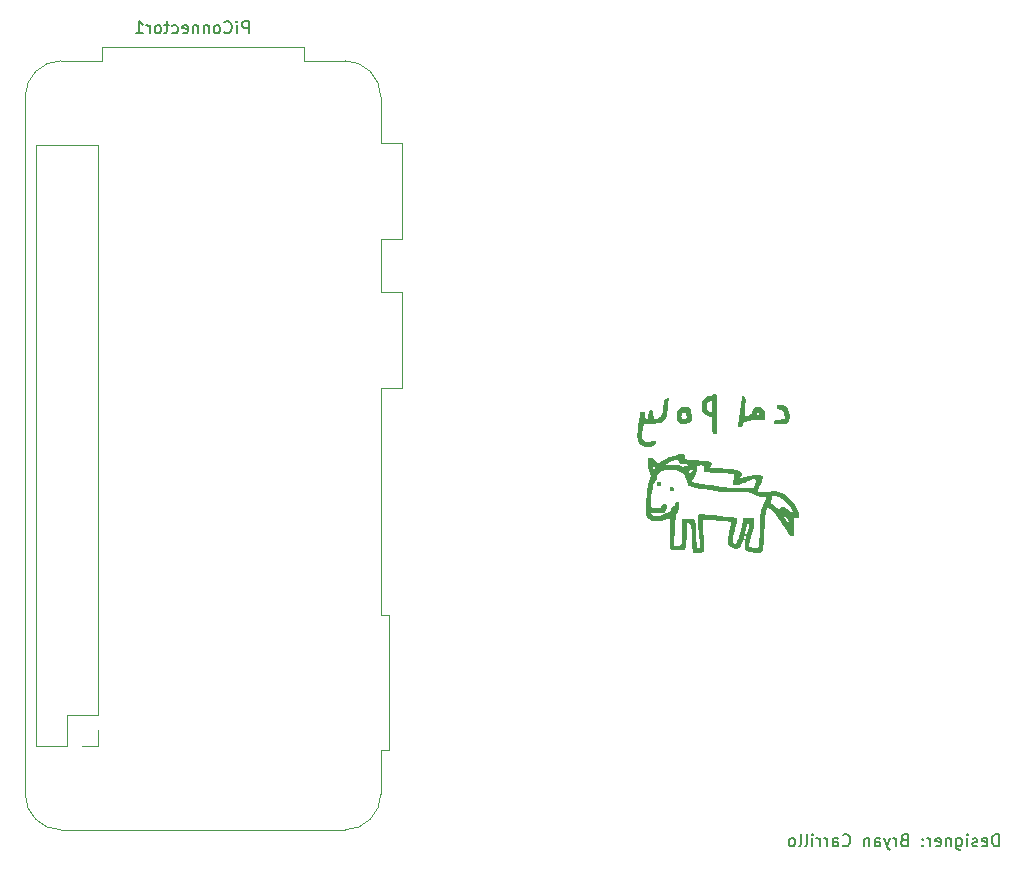
<source format=gbo>
G04 #@! TF.GenerationSoftware,KiCad,Pcbnew,8.0.8*
G04 #@! TF.CreationDate,2025-02-26T00:31:11-08:00*
G04 #@! TF.ProjectId,AtInverter_v1,4174496e-7665-4727-9465-725f76312e6b,v1*
G04 #@! TF.SameCoordinates,Original*
G04 #@! TF.FileFunction,Legend,Bot*
G04 #@! TF.FilePolarity,Positive*
%FSLAX46Y46*%
G04 Gerber Fmt 4.6, Leading zero omitted, Abs format (unit mm)*
G04 Created by KiCad (PCBNEW 8.0.8) date 2025-02-26 00:31:11*
%MOMM*%
%LPD*%
G01*
G04 APERTURE LIST*
G04 Aperture macros list*
%AMRoundRect*
0 Rectangle with rounded corners*
0 $1 Rounding radius*
0 $2 $3 $4 $5 $6 $7 $8 $9 X,Y pos of 4 corners*
0 Add a 4 corners polygon primitive as box body*
4,1,4,$2,$3,$4,$5,$6,$7,$8,$9,$2,$3,0*
0 Add four circle primitives for the rounded corners*
1,1,$1+$1,$2,$3*
1,1,$1+$1,$4,$5*
1,1,$1+$1,$6,$7*
1,1,$1+$1,$8,$9*
0 Add four rect primitives between the rounded corners*
20,1,$1+$1,$2,$3,$4,$5,0*
20,1,$1+$1,$4,$5,$6,$7,0*
20,1,$1+$1,$6,$7,$8,$9,0*
20,1,$1+$1,$8,$9,$2,$3,0*%
G04 Aperture macros list end*
%ADD10C,0.200000*%
%ADD11C,0.150000*%
%ADD12C,0.000000*%
%ADD13C,0.120000*%
%ADD14R,1.600200X1.600200*%
%ADD15C,1.600200*%
%ADD16R,1.700000X1.700000*%
%ADD17R,1.905000X2.000000*%
%ADD18O,1.905000X2.000000*%
%ADD19R,1.600000X1.600000*%
%ADD20O,1.600000X1.600000*%
%ADD21C,2.100000*%
%ADD22O,1.700000X1.700000*%
%ADD23C,1.500000*%
%ADD24C,1.371600*%
%ADD25RoundRect,0.102000X-0.754000X-0.754000X0.754000X-0.754000X0.754000X0.754000X-0.754000X0.754000X0*%
%ADD26C,1.712000*%
%ADD27R,2.500000X2.500000*%
%ADD28C,2.500000*%
%ADD29C,2.565400*%
G04 APERTURE END LIST*
D10*
X146169543Y-135224619D02*
X146169543Y-134224619D01*
X146169543Y-134224619D02*
X145931448Y-134224619D01*
X145931448Y-134224619D02*
X145788591Y-134272238D01*
X145788591Y-134272238D02*
X145693353Y-134367476D01*
X145693353Y-134367476D02*
X145645734Y-134462714D01*
X145645734Y-134462714D02*
X145598115Y-134653190D01*
X145598115Y-134653190D02*
X145598115Y-134796047D01*
X145598115Y-134796047D02*
X145645734Y-134986523D01*
X145645734Y-134986523D02*
X145693353Y-135081761D01*
X145693353Y-135081761D02*
X145788591Y-135177000D01*
X145788591Y-135177000D02*
X145931448Y-135224619D01*
X145931448Y-135224619D02*
X146169543Y-135224619D01*
X144788591Y-135177000D02*
X144883829Y-135224619D01*
X144883829Y-135224619D02*
X145074305Y-135224619D01*
X145074305Y-135224619D02*
X145169543Y-135177000D01*
X145169543Y-135177000D02*
X145217162Y-135081761D01*
X145217162Y-135081761D02*
X145217162Y-134700809D01*
X145217162Y-134700809D02*
X145169543Y-134605571D01*
X145169543Y-134605571D02*
X145074305Y-134557952D01*
X145074305Y-134557952D02*
X144883829Y-134557952D01*
X144883829Y-134557952D02*
X144788591Y-134605571D01*
X144788591Y-134605571D02*
X144740972Y-134700809D01*
X144740972Y-134700809D02*
X144740972Y-134796047D01*
X144740972Y-134796047D02*
X145217162Y-134891285D01*
X144360019Y-135177000D02*
X144264781Y-135224619D01*
X144264781Y-135224619D02*
X144074305Y-135224619D01*
X144074305Y-135224619D02*
X143979067Y-135177000D01*
X143979067Y-135177000D02*
X143931448Y-135081761D01*
X143931448Y-135081761D02*
X143931448Y-135034142D01*
X143931448Y-135034142D02*
X143979067Y-134938904D01*
X143979067Y-134938904D02*
X144074305Y-134891285D01*
X144074305Y-134891285D02*
X144217162Y-134891285D01*
X144217162Y-134891285D02*
X144312400Y-134843666D01*
X144312400Y-134843666D02*
X144360019Y-134748428D01*
X144360019Y-134748428D02*
X144360019Y-134700809D01*
X144360019Y-134700809D02*
X144312400Y-134605571D01*
X144312400Y-134605571D02*
X144217162Y-134557952D01*
X144217162Y-134557952D02*
X144074305Y-134557952D01*
X144074305Y-134557952D02*
X143979067Y-134605571D01*
X143502876Y-135224619D02*
X143502876Y-134557952D01*
X143502876Y-134224619D02*
X143550495Y-134272238D01*
X143550495Y-134272238D02*
X143502876Y-134319857D01*
X143502876Y-134319857D02*
X143455257Y-134272238D01*
X143455257Y-134272238D02*
X143502876Y-134224619D01*
X143502876Y-134224619D02*
X143502876Y-134319857D01*
X142598115Y-134557952D02*
X142598115Y-135367476D01*
X142598115Y-135367476D02*
X142645734Y-135462714D01*
X142645734Y-135462714D02*
X142693353Y-135510333D01*
X142693353Y-135510333D02*
X142788591Y-135557952D01*
X142788591Y-135557952D02*
X142931448Y-135557952D01*
X142931448Y-135557952D02*
X143026686Y-135510333D01*
X142598115Y-135177000D02*
X142693353Y-135224619D01*
X142693353Y-135224619D02*
X142883829Y-135224619D01*
X142883829Y-135224619D02*
X142979067Y-135177000D01*
X142979067Y-135177000D02*
X143026686Y-135129380D01*
X143026686Y-135129380D02*
X143074305Y-135034142D01*
X143074305Y-135034142D02*
X143074305Y-134748428D01*
X143074305Y-134748428D02*
X143026686Y-134653190D01*
X143026686Y-134653190D02*
X142979067Y-134605571D01*
X142979067Y-134605571D02*
X142883829Y-134557952D01*
X142883829Y-134557952D02*
X142693353Y-134557952D01*
X142693353Y-134557952D02*
X142598115Y-134605571D01*
X142121924Y-134557952D02*
X142121924Y-135224619D01*
X142121924Y-134653190D02*
X142074305Y-134605571D01*
X142074305Y-134605571D02*
X141979067Y-134557952D01*
X141979067Y-134557952D02*
X141836210Y-134557952D01*
X141836210Y-134557952D02*
X141740972Y-134605571D01*
X141740972Y-134605571D02*
X141693353Y-134700809D01*
X141693353Y-134700809D02*
X141693353Y-135224619D01*
X140836210Y-135177000D02*
X140931448Y-135224619D01*
X140931448Y-135224619D02*
X141121924Y-135224619D01*
X141121924Y-135224619D02*
X141217162Y-135177000D01*
X141217162Y-135177000D02*
X141264781Y-135081761D01*
X141264781Y-135081761D02*
X141264781Y-134700809D01*
X141264781Y-134700809D02*
X141217162Y-134605571D01*
X141217162Y-134605571D02*
X141121924Y-134557952D01*
X141121924Y-134557952D02*
X140931448Y-134557952D01*
X140931448Y-134557952D02*
X140836210Y-134605571D01*
X140836210Y-134605571D02*
X140788591Y-134700809D01*
X140788591Y-134700809D02*
X140788591Y-134796047D01*
X140788591Y-134796047D02*
X141264781Y-134891285D01*
X140360019Y-135224619D02*
X140360019Y-134557952D01*
X140360019Y-134748428D02*
X140312400Y-134653190D01*
X140312400Y-134653190D02*
X140264781Y-134605571D01*
X140264781Y-134605571D02*
X140169543Y-134557952D01*
X140169543Y-134557952D02*
X140074305Y-134557952D01*
X139740971Y-135129380D02*
X139693352Y-135177000D01*
X139693352Y-135177000D02*
X139740971Y-135224619D01*
X139740971Y-135224619D02*
X139788590Y-135177000D01*
X139788590Y-135177000D02*
X139740971Y-135129380D01*
X139740971Y-135129380D02*
X139740971Y-135224619D01*
X139740971Y-134605571D02*
X139693352Y-134653190D01*
X139693352Y-134653190D02*
X139740971Y-134700809D01*
X139740971Y-134700809D02*
X139788590Y-134653190D01*
X139788590Y-134653190D02*
X139740971Y-134605571D01*
X139740971Y-134605571D02*
X139740971Y-134700809D01*
X138169543Y-134700809D02*
X138026686Y-134748428D01*
X138026686Y-134748428D02*
X137979067Y-134796047D01*
X137979067Y-134796047D02*
X137931448Y-134891285D01*
X137931448Y-134891285D02*
X137931448Y-135034142D01*
X137931448Y-135034142D02*
X137979067Y-135129380D01*
X137979067Y-135129380D02*
X138026686Y-135177000D01*
X138026686Y-135177000D02*
X138121924Y-135224619D01*
X138121924Y-135224619D02*
X138502876Y-135224619D01*
X138502876Y-135224619D02*
X138502876Y-134224619D01*
X138502876Y-134224619D02*
X138169543Y-134224619D01*
X138169543Y-134224619D02*
X138074305Y-134272238D01*
X138074305Y-134272238D02*
X138026686Y-134319857D01*
X138026686Y-134319857D02*
X137979067Y-134415095D01*
X137979067Y-134415095D02*
X137979067Y-134510333D01*
X137979067Y-134510333D02*
X138026686Y-134605571D01*
X138026686Y-134605571D02*
X138074305Y-134653190D01*
X138074305Y-134653190D02*
X138169543Y-134700809D01*
X138169543Y-134700809D02*
X138502876Y-134700809D01*
X137502876Y-135224619D02*
X137502876Y-134557952D01*
X137502876Y-134748428D02*
X137455257Y-134653190D01*
X137455257Y-134653190D02*
X137407638Y-134605571D01*
X137407638Y-134605571D02*
X137312400Y-134557952D01*
X137312400Y-134557952D02*
X137217162Y-134557952D01*
X136979066Y-134557952D02*
X136740971Y-135224619D01*
X136502876Y-134557952D02*
X136740971Y-135224619D01*
X136740971Y-135224619D02*
X136836209Y-135462714D01*
X136836209Y-135462714D02*
X136883828Y-135510333D01*
X136883828Y-135510333D02*
X136979066Y-135557952D01*
X135693352Y-135224619D02*
X135693352Y-134700809D01*
X135693352Y-134700809D02*
X135740971Y-134605571D01*
X135740971Y-134605571D02*
X135836209Y-134557952D01*
X135836209Y-134557952D02*
X136026685Y-134557952D01*
X136026685Y-134557952D02*
X136121923Y-134605571D01*
X135693352Y-135177000D02*
X135788590Y-135224619D01*
X135788590Y-135224619D02*
X136026685Y-135224619D01*
X136026685Y-135224619D02*
X136121923Y-135177000D01*
X136121923Y-135177000D02*
X136169542Y-135081761D01*
X136169542Y-135081761D02*
X136169542Y-134986523D01*
X136169542Y-134986523D02*
X136121923Y-134891285D01*
X136121923Y-134891285D02*
X136026685Y-134843666D01*
X136026685Y-134843666D02*
X135788590Y-134843666D01*
X135788590Y-134843666D02*
X135693352Y-134796047D01*
X135217161Y-134557952D02*
X135217161Y-135224619D01*
X135217161Y-134653190D02*
X135169542Y-134605571D01*
X135169542Y-134605571D02*
X135074304Y-134557952D01*
X135074304Y-134557952D02*
X134931447Y-134557952D01*
X134931447Y-134557952D02*
X134836209Y-134605571D01*
X134836209Y-134605571D02*
X134788590Y-134700809D01*
X134788590Y-134700809D02*
X134788590Y-135224619D01*
X132979066Y-135129380D02*
X133026685Y-135177000D01*
X133026685Y-135177000D02*
X133169542Y-135224619D01*
X133169542Y-135224619D02*
X133264780Y-135224619D01*
X133264780Y-135224619D02*
X133407637Y-135177000D01*
X133407637Y-135177000D02*
X133502875Y-135081761D01*
X133502875Y-135081761D02*
X133550494Y-134986523D01*
X133550494Y-134986523D02*
X133598113Y-134796047D01*
X133598113Y-134796047D02*
X133598113Y-134653190D01*
X133598113Y-134653190D02*
X133550494Y-134462714D01*
X133550494Y-134462714D02*
X133502875Y-134367476D01*
X133502875Y-134367476D02*
X133407637Y-134272238D01*
X133407637Y-134272238D02*
X133264780Y-134224619D01*
X133264780Y-134224619D02*
X133169542Y-134224619D01*
X133169542Y-134224619D02*
X133026685Y-134272238D01*
X133026685Y-134272238D02*
X132979066Y-134319857D01*
X132121923Y-135224619D02*
X132121923Y-134700809D01*
X132121923Y-134700809D02*
X132169542Y-134605571D01*
X132169542Y-134605571D02*
X132264780Y-134557952D01*
X132264780Y-134557952D02*
X132455256Y-134557952D01*
X132455256Y-134557952D02*
X132550494Y-134605571D01*
X132121923Y-135177000D02*
X132217161Y-135224619D01*
X132217161Y-135224619D02*
X132455256Y-135224619D01*
X132455256Y-135224619D02*
X132550494Y-135177000D01*
X132550494Y-135177000D02*
X132598113Y-135081761D01*
X132598113Y-135081761D02*
X132598113Y-134986523D01*
X132598113Y-134986523D02*
X132550494Y-134891285D01*
X132550494Y-134891285D02*
X132455256Y-134843666D01*
X132455256Y-134843666D02*
X132217161Y-134843666D01*
X132217161Y-134843666D02*
X132121923Y-134796047D01*
X131645732Y-135224619D02*
X131645732Y-134557952D01*
X131645732Y-134748428D02*
X131598113Y-134653190D01*
X131598113Y-134653190D02*
X131550494Y-134605571D01*
X131550494Y-134605571D02*
X131455256Y-134557952D01*
X131455256Y-134557952D02*
X131360018Y-134557952D01*
X131026684Y-135224619D02*
X131026684Y-134557952D01*
X131026684Y-134748428D02*
X130979065Y-134653190D01*
X130979065Y-134653190D02*
X130931446Y-134605571D01*
X130931446Y-134605571D02*
X130836208Y-134557952D01*
X130836208Y-134557952D02*
X130740970Y-134557952D01*
X130407636Y-135224619D02*
X130407636Y-134557952D01*
X130407636Y-134224619D02*
X130455255Y-134272238D01*
X130455255Y-134272238D02*
X130407636Y-134319857D01*
X130407636Y-134319857D02*
X130360017Y-134272238D01*
X130360017Y-134272238D02*
X130407636Y-134224619D01*
X130407636Y-134224619D02*
X130407636Y-134319857D01*
X129788589Y-135224619D02*
X129883827Y-135177000D01*
X129883827Y-135177000D02*
X129931446Y-135081761D01*
X129931446Y-135081761D02*
X129931446Y-134224619D01*
X129264779Y-135224619D02*
X129360017Y-135177000D01*
X129360017Y-135177000D02*
X129407636Y-135081761D01*
X129407636Y-135081761D02*
X129407636Y-134224619D01*
X128740969Y-135224619D02*
X128836207Y-135177000D01*
X128836207Y-135177000D02*
X128883826Y-135129380D01*
X128883826Y-135129380D02*
X128931445Y-135034142D01*
X128931445Y-135034142D02*
X128931445Y-134748428D01*
X128931445Y-134748428D02*
X128883826Y-134653190D01*
X128883826Y-134653190D02*
X128836207Y-134605571D01*
X128836207Y-134605571D02*
X128740969Y-134557952D01*
X128740969Y-134557952D02*
X128598112Y-134557952D01*
X128598112Y-134557952D02*
X128502874Y-134605571D01*
X128502874Y-134605571D02*
X128455255Y-134653190D01*
X128455255Y-134653190D02*
X128407636Y-134748428D01*
X128407636Y-134748428D02*
X128407636Y-135034142D01*
X128407636Y-135034142D02*
X128455255Y-135129380D01*
X128455255Y-135129380D02*
X128502874Y-135177000D01*
X128502874Y-135177000D02*
X128598112Y-135224619D01*
X128598112Y-135224619D02*
X128740969Y-135224619D01*
D11*
X82665295Y-66393219D02*
X82665295Y-65393219D01*
X82665295Y-65393219D02*
X82284343Y-65393219D01*
X82284343Y-65393219D02*
X82189105Y-65440838D01*
X82189105Y-65440838D02*
X82141486Y-65488457D01*
X82141486Y-65488457D02*
X82093867Y-65583695D01*
X82093867Y-65583695D02*
X82093867Y-65726552D01*
X82093867Y-65726552D02*
X82141486Y-65821790D01*
X82141486Y-65821790D02*
X82189105Y-65869409D01*
X82189105Y-65869409D02*
X82284343Y-65917028D01*
X82284343Y-65917028D02*
X82665295Y-65917028D01*
X81665295Y-66393219D02*
X81665295Y-65726552D01*
X81665295Y-65393219D02*
X81712914Y-65440838D01*
X81712914Y-65440838D02*
X81665295Y-65488457D01*
X81665295Y-65488457D02*
X81617676Y-65440838D01*
X81617676Y-65440838D02*
X81665295Y-65393219D01*
X81665295Y-65393219D02*
X81665295Y-65488457D01*
X80617677Y-66297980D02*
X80665296Y-66345600D01*
X80665296Y-66345600D02*
X80808153Y-66393219D01*
X80808153Y-66393219D02*
X80903391Y-66393219D01*
X80903391Y-66393219D02*
X81046248Y-66345600D01*
X81046248Y-66345600D02*
X81141486Y-66250361D01*
X81141486Y-66250361D02*
X81189105Y-66155123D01*
X81189105Y-66155123D02*
X81236724Y-65964647D01*
X81236724Y-65964647D02*
X81236724Y-65821790D01*
X81236724Y-65821790D02*
X81189105Y-65631314D01*
X81189105Y-65631314D02*
X81141486Y-65536076D01*
X81141486Y-65536076D02*
X81046248Y-65440838D01*
X81046248Y-65440838D02*
X80903391Y-65393219D01*
X80903391Y-65393219D02*
X80808153Y-65393219D01*
X80808153Y-65393219D02*
X80665296Y-65440838D01*
X80665296Y-65440838D02*
X80617677Y-65488457D01*
X80046248Y-66393219D02*
X80141486Y-66345600D01*
X80141486Y-66345600D02*
X80189105Y-66297980D01*
X80189105Y-66297980D02*
X80236724Y-66202742D01*
X80236724Y-66202742D02*
X80236724Y-65917028D01*
X80236724Y-65917028D02*
X80189105Y-65821790D01*
X80189105Y-65821790D02*
X80141486Y-65774171D01*
X80141486Y-65774171D02*
X80046248Y-65726552D01*
X80046248Y-65726552D02*
X79903391Y-65726552D01*
X79903391Y-65726552D02*
X79808153Y-65774171D01*
X79808153Y-65774171D02*
X79760534Y-65821790D01*
X79760534Y-65821790D02*
X79712915Y-65917028D01*
X79712915Y-65917028D02*
X79712915Y-66202742D01*
X79712915Y-66202742D02*
X79760534Y-66297980D01*
X79760534Y-66297980D02*
X79808153Y-66345600D01*
X79808153Y-66345600D02*
X79903391Y-66393219D01*
X79903391Y-66393219D02*
X80046248Y-66393219D01*
X79284343Y-65726552D02*
X79284343Y-66393219D01*
X79284343Y-65821790D02*
X79236724Y-65774171D01*
X79236724Y-65774171D02*
X79141486Y-65726552D01*
X79141486Y-65726552D02*
X78998629Y-65726552D01*
X78998629Y-65726552D02*
X78903391Y-65774171D01*
X78903391Y-65774171D02*
X78855772Y-65869409D01*
X78855772Y-65869409D02*
X78855772Y-66393219D01*
X78379581Y-65726552D02*
X78379581Y-66393219D01*
X78379581Y-65821790D02*
X78331962Y-65774171D01*
X78331962Y-65774171D02*
X78236724Y-65726552D01*
X78236724Y-65726552D02*
X78093867Y-65726552D01*
X78093867Y-65726552D02*
X77998629Y-65774171D01*
X77998629Y-65774171D02*
X77951010Y-65869409D01*
X77951010Y-65869409D02*
X77951010Y-66393219D01*
X77093867Y-66345600D02*
X77189105Y-66393219D01*
X77189105Y-66393219D02*
X77379581Y-66393219D01*
X77379581Y-66393219D02*
X77474819Y-66345600D01*
X77474819Y-66345600D02*
X77522438Y-66250361D01*
X77522438Y-66250361D02*
X77522438Y-65869409D01*
X77522438Y-65869409D02*
X77474819Y-65774171D01*
X77474819Y-65774171D02*
X77379581Y-65726552D01*
X77379581Y-65726552D02*
X77189105Y-65726552D01*
X77189105Y-65726552D02*
X77093867Y-65774171D01*
X77093867Y-65774171D02*
X77046248Y-65869409D01*
X77046248Y-65869409D02*
X77046248Y-65964647D01*
X77046248Y-65964647D02*
X77522438Y-66059885D01*
X76189105Y-66345600D02*
X76284343Y-66393219D01*
X76284343Y-66393219D02*
X76474819Y-66393219D01*
X76474819Y-66393219D02*
X76570057Y-66345600D01*
X76570057Y-66345600D02*
X76617676Y-66297980D01*
X76617676Y-66297980D02*
X76665295Y-66202742D01*
X76665295Y-66202742D02*
X76665295Y-65917028D01*
X76665295Y-65917028D02*
X76617676Y-65821790D01*
X76617676Y-65821790D02*
X76570057Y-65774171D01*
X76570057Y-65774171D02*
X76474819Y-65726552D01*
X76474819Y-65726552D02*
X76284343Y-65726552D01*
X76284343Y-65726552D02*
X76189105Y-65774171D01*
X75903390Y-65726552D02*
X75522438Y-65726552D01*
X75760533Y-65393219D02*
X75760533Y-66250361D01*
X75760533Y-66250361D02*
X75712914Y-66345600D01*
X75712914Y-66345600D02*
X75617676Y-66393219D01*
X75617676Y-66393219D02*
X75522438Y-66393219D01*
X75046247Y-66393219D02*
X75141485Y-66345600D01*
X75141485Y-66345600D02*
X75189104Y-66297980D01*
X75189104Y-66297980D02*
X75236723Y-66202742D01*
X75236723Y-66202742D02*
X75236723Y-65917028D01*
X75236723Y-65917028D02*
X75189104Y-65821790D01*
X75189104Y-65821790D02*
X75141485Y-65774171D01*
X75141485Y-65774171D02*
X75046247Y-65726552D01*
X75046247Y-65726552D02*
X74903390Y-65726552D01*
X74903390Y-65726552D02*
X74808152Y-65774171D01*
X74808152Y-65774171D02*
X74760533Y-65821790D01*
X74760533Y-65821790D02*
X74712914Y-65917028D01*
X74712914Y-65917028D02*
X74712914Y-66202742D01*
X74712914Y-66202742D02*
X74760533Y-66297980D01*
X74760533Y-66297980D02*
X74808152Y-66345600D01*
X74808152Y-66345600D02*
X74903390Y-66393219D01*
X74903390Y-66393219D02*
X75046247Y-66393219D01*
X74284342Y-66393219D02*
X74284342Y-65726552D01*
X74284342Y-65917028D02*
X74236723Y-65821790D01*
X74236723Y-65821790D02*
X74189104Y-65774171D01*
X74189104Y-65774171D02*
X74093866Y-65726552D01*
X74093866Y-65726552D02*
X73998628Y-65726552D01*
X73141485Y-66393219D02*
X73712913Y-66393219D01*
X73427199Y-66393219D02*
X73427199Y-65393219D01*
X73427199Y-65393219D02*
X73522437Y-65536076D01*
X73522437Y-65536076D02*
X73617675Y-65631314D01*
X73617675Y-65631314D02*
X73712913Y-65678933D01*
D12*
G36*
X117470970Y-104374680D02*
G01*
X117589093Y-104409234D01*
X117625419Y-104496460D01*
X117587584Y-104648552D01*
X117528001Y-104704681D01*
X117383977Y-104729067D01*
X117373894Y-104729053D01*
X117263398Y-104719347D01*
X117219262Y-104670357D01*
X117211266Y-104550911D01*
X117211722Y-104498341D01*
X117226577Y-104411450D01*
X117284511Y-104378148D01*
X117414874Y-104372755D01*
X117470970Y-104374680D01*
G37*
G36*
X118522823Y-104830893D02*
G01*
X118635082Y-104840652D01*
X118679539Y-104889621D01*
X118687419Y-105009027D01*
X118687397Y-105022588D01*
X118677638Y-105134847D01*
X118628668Y-105179304D01*
X118509262Y-105187184D01*
X118495702Y-105187162D01*
X118383442Y-105177403D01*
X118338986Y-105128433D01*
X118331106Y-105009027D01*
X118331128Y-104995467D01*
X118340887Y-104883207D01*
X118389856Y-104838751D01*
X118509262Y-104830871D01*
X118522823Y-104830893D01*
G37*
G36*
X120214473Y-98971249D02*
G01*
X120214367Y-99011109D01*
X120205502Y-99180531D01*
X120168678Y-99284252D01*
X120084735Y-99352745D01*
X119934513Y-99416481D01*
X119870746Y-99435346D01*
X119698523Y-99465525D01*
X119509544Y-99480109D01*
X119428529Y-99480923D01*
X119288900Y-99468190D01*
X119190095Y-99422376D01*
X119089605Y-99328093D01*
X119020430Y-99247069D01*
X118969548Y-99151205D01*
X118947015Y-99026378D01*
X118942111Y-98843111D01*
X119319787Y-98843111D01*
X119339905Y-98955878D01*
X119349142Y-99034428D01*
X119356097Y-99046972D01*
X119426797Y-99070161D01*
X119539737Y-99078372D01*
X119652439Y-99070398D01*
X119722422Y-99045033D01*
X119743015Y-98993889D01*
X119751918Y-98869975D01*
X119740350Y-98722709D01*
X119709559Y-98595647D01*
X119672840Y-98535247D01*
X119583432Y-98492999D01*
X119480694Y-98517092D01*
X119387354Y-98593096D01*
X119326142Y-98706579D01*
X119319787Y-98843111D01*
X118942111Y-98843111D01*
X118941928Y-98836273D01*
X118942036Y-98817286D01*
X118974067Y-98526527D01*
X119058172Y-98291141D01*
X119187127Y-98125057D01*
X119353712Y-98042202D01*
X119492196Y-98020081D01*
X119724270Y-98009865D01*
X119908733Y-98036898D01*
X120021254Y-98099108D01*
X120093448Y-98228449D01*
X120156515Y-98438664D01*
X120198941Y-98695673D01*
X120208765Y-98869975D01*
X120214473Y-98971249D01*
G37*
G36*
X127914799Y-97868681D02*
G01*
X128024840Y-97900200D01*
X128119999Y-97969480D01*
X128133484Y-97981987D01*
X128306110Y-98197932D01*
X128429768Y-98458274D01*
X128497464Y-98735248D01*
X128502205Y-99001089D01*
X128436997Y-99228032D01*
X128372711Y-99328198D01*
X128281281Y-99401031D01*
X128141271Y-99450012D01*
X127926096Y-99488703D01*
X127862306Y-99496841D01*
X127525017Y-99504239D01*
X127223237Y-99453647D01*
X127159734Y-99407092D01*
X127146884Y-99290930D01*
X127154855Y-99240523D01*
X127181020Y-99190826D01*
X127243942Y-99159867D01*
X127365202Y-99138787D01*
X127566382Y-99118727D01*
X127625927Y-99113116D01*
X127852349Y-99083085D01*
X127992997Y-99039019D01*
X128061124Y-98969167D01*
X128069981Y-98861776D01*
X128032821Y-98705094D01*
X127978147Y-98543459D01*
X127904027Y-98405815D01*
X127807500Y-98327771D01*
X127668286Y-98286012D01*
X127521729Y-98240299D01*
X127418040Y-98143982D01*
X127400445Y-98000106D01*
X127410722Y-97953830D01*
X127449715Y-97905898D01*
X127538933Y-97880928D01*
X127704166Y-97867676D01*
X127751373Y-97865496D01*
X127914799Y-97868681D01*
G37*
G36*
X126424493Y-98805430D02*
G01*
X126419832Y-98904462D01*
X126386475Y-99026132D01*
X126308855Y-99106736D01*
X126172820Y-99153113D01*
X125964215Y-99172101D01*
X125668887Y-99170541D01*
X125578261Y-99168488D01*
X125329610Y-99170555D01*
X125170706Y-99187290D01*
X125092934Y-99219424D01*
X125075140Y-99232560D01*
X124965958Y-99268249D01*
X124817174Y-99282574D01*
X124707369Y-99286033D01*
X124624390Y-99312607D01*
X124564811Y-99386105D01*
X124497991Y-99530311D01*
X124460092Y-99615398D01*
X124400657Y-99718499D01*
X124340962Y-99757276D01*
X124258483Y-99752636D01*
X124175637Y-99728639D01*
X124118749Y-99677974D01*
X124098894Y-99584744D01*
X124112682Y-99430405D01*
X124156718Y-99196413D01*
X124173198Y-99109524D01*
X124210263Y-98877445D01*
X124250479Y-98587168D01*
X124289998Y-98267288D01*
X124324970Y-97946402D01*
X124410860Y-97093797D01*
X124548916Y-97093797D01*
X124572727Y-97094433D01*
X124647753Y-97111233D01*
X124701576Y-97159553D01*
X124735739Y-97250989D01*
X124751783Y-97397138D01*
X124751252Y-97609597D01*
X124735687Y-97899962D01*
X124706630Y-98279830D01*
X124696556Y-98415763D01*
X124686496Y-98611571D01*
X124684904Y-98754101D01*
X124692414Y-98819323D01*
X124708581Y-98829075D01*
X124797572Y-98824866D01*
X124930175Y-98790285D01*
X125073196Y-98736986D01*
X125193441Y-98676623D01*
X125221201Y-98652535D01*
X125711868Y-98652535D01*
X125721242Y-98685771D01*
X125789818Y-98722655D01*
X125853968Y-98699808D01*
X125904734Y-98617108D01*
X125890003Y-98519013D01*
X125872116Y-98501486D01*
X125806442Y-98506993D01*
X125741350Y-98566095D01*
X125711868Y-98652535D01*
X125221201Y-98652535D01*
X125257716Y-98620851D01*
X125275668Y-98585045D01*
X125334766Y-98465265D01*
X125407974Y-98315440D01*
X125495904Y-98150715D01*
X125577087Y-98059223D01*
X125681445Y-98020255D01*
X125839122Y-98012639D01*
X125937821Y-98021077D01*
X126141996Y-98103321D01*
X126295053Y-98266724D01*
X126391161Y-98503392D01*
X126403710Y-98617108D01*
X126424493Y-98805430D01*
G37*
G36*
X122334466Y-98300448D02*
G01*
X122326407Y-98701689D01*
X122288913Y-100351512D01*
X122169716Y-100351512D01*
X122087580Y-100331824D01*
X121989225Y-100236983D01*
X121950971Y-100158319D01*
X121936533Y-100109729D01*
X121936588Y-100109635D01*
X121939908Y-100055446D01*
X121942626Y-99919993D01*
X121944461Y-99723497D01*
X121945134Y-99486182D01*
X121945134Y-98875360D01*
X121790794Y-98875360D01*
X121596279Y-98849303D01*
X121357738Y-98732119D01*
X121161101Y-98526183D01*
X121153271Y-98514852D01*
X121077920Y-98394850D01*
X121039984Y-98290080D01*
X121031251Y-98161798D01*
X121043515Y-97971261D01*
X121045455Y-97955281D01*
X121451734Y-97955281D01*
X121485324Y-98165947D01*
X121582390Y-98346646D01*
X121727979Y-98464307D01*
X121828944Y-98507345D01*
X121880626Y-98513416D01*
X121906521Y-98480871D01*
X121916835Y-98413808D01*
X121922367Y-98274980D01*
X121922999Y-98094385D01*
X121919295Y-97900731D01*
X121911820Y-97722729D01*
X121901136Y-97589090D01*
X121887809Y-97528523D01*
X121877519Y-97523847D01*
X121796867Y-97535560D01*
X121674610Y-97583116D01*
X121587291Y-97631108D01*
X121501702Y-97722942D01*
X121459381Y-97870263D01*
X121451734Y-97955281D01*
X121045455Y-97955281D01*
X121064744Y-97796422D01*
X121102154Y-97600481D01*
X121144262Y-97459747D01*
X121157832Y-97430604D01*
X121296512Y-97257544D01*
X121494570Y-97138247D01*
X121718904Y-97093797D01*
X121853224Y-97075180D01*
X121926727Y-97017444D01*
X121931288Y-97008419D01*
X122008077Y-96960793D01*
X122130770Y-96941330D01*
X122253318Y-96952427D01*
X122329670Y-96996479D01*
X122334248Y-97022041D01*
X122339773Y-97139001D01*
X122342534Y-97337826D01*
X122342554Y-97606012D01*
X122339857Y-97931054D01*
X122337473Y-98094385D01*
X122334466Y-98300448D01*
G37*
G36*
X118211321Y-97791216D02*
G01*
X118210719Y-97801170D01*
X118178571Y-98222583D01*
X118138886Y-98558379D01*
X118092454Y-98803206D01*
X118040065Y-98951713D01*
X118021006Y-98981525D01*
X117930679Y-99093620D01*
X117813540Y-99216067D01*
X117755072Y-99265223D01*
X117567971Y-99364806D01*
X117313615Y-99433251D01*
X116981472Y-99472825D01*
X116561009Y-99485797D01*
X116392498Y-99486842D01*
X116248298Y-99494089D01*
X116165149Y-99513883D01*
X116120105Y-99552598D01*
X116090220Y-99616610D01*
X116083399Y-99637539D01*
X116055732Y-99769903D01*
X116028788Y-99961118D01*
X116007554Y-100177353D01*
X116006452Y-100191812D01*
X115993813Y-100413162D01*
X115998228Y-100565766D01*
X116022865Y-100680116D01*
X116070893Y-100786699D01*
X116134505Y-100880509D01*
X116297349Y-101005951D01*
X116490676Y-101046127D01*
X116691456Y-100993366D01*
X116784682Y-100954979D01*
X116942705Y-100918583D01*
X117085314Y-100912574D01*
X117173175Y-100941210D01*
X117179503Y-101004024D01*
X117152664Y-101115248D01*
X117074431Y-101233683D01*
X116906834Y-101351622D01*
X116676797Y-101434974D01*
X116624392Y-101445791D01*
X116357669Y-101451497D01*
X116099222Y-101385452D01*
X115877481Y-101258207D01*
X115720881Y-101080310D01*
X115708830Y-101058220D01*
X115627749Y-100811372D01*
X115595371Y-100480066D01*
X115611825Y-100068818D01*
X115677245Y-99582145D01*
X115718897Y-99328681D01*
X115756828Y-99075232D01*
X115784764Y-98863480D01*
X115798580Y-98722655D01*
X115811467Y-98493596D01*
X116025176Y-98478072D01*
X116238885Y-98462548D01*
X116254234Y-98758032D01*
X116261067Y-98864823D01*
X116279062Y-98985180D01*
X116312591Y-99040314D01*
X116370846Y-99053516D01*
X116420296Y-99043453D01*
X116460878Y-98994706D01*
X116492317Y-98886241D01*
X116523551Y-98697204D01*
X116540357Y-98583308D01*
X116567030Y-98443734D01*
X116600376Y-98369408D01*
X116653729Y-98337440D01*
X116740425Y-98324941D01*
X116839109Y-98321077D01*
X116894327Y-98351848D01*
X116905856Y-98442380D01*
X116911316Y-98526324D01*
X116937786Y-98692407D01*
X116978265Y-98868321D01*
X117023810Y-99017123D01*
X117065482Y-99101873D01*
X117088263Y-99119957D01*
X117109463Y-99089148D01*
X117139099Y-99049540D01*
X117232812Y-99028065D01*
X117341961Y-98999696D01*
X117488029Y-98912819D01*
X117617838Y-98796180D01*
X117692425Y-98679343D01*
X117706636Y-98612808D01*
X117731202Y-98461255D01*
X117760752Y-98253824D01*
X117791629Y-98014995D01*
X117819686Y-97807723D01*
X117852511Y-97607556D01*
X117882594Y-97464625D01*
X117905846Y-97400919D01*
X117975100Y-97364624D01*
X118095342Y-97326946D01*
X118241342Y-97292443D01*
X118211321Y-97791216D01*
G37*
G36*
X121816572Y-103051836D02*
G01*
X121738913Y-103202013D01*
X122160472Y-103202013D01*
X122186547Y-103202137D01*
X122427191Y-103210704D01*
X122721412Y-103230796D01*
X123043333Y-103259656D01*
X123367079Y-103294527D01*
X123666774Y-103332652D01*
X123916541Y-103371275D01*
X124090504Y-103407638D01*
X124170295Y-103432769D01*
X124347948Y-103533602D01*
X124431499Y-103667907D01*
X124418760Y-103829584D01*
X124307543Y-104012537D01*
X124277021Y-104049491D01*
X124212161Y-104134991D01*
X124195997Y-104169148D01*
X124209435Y-104165775D01*
X124298245Y-104136362D01*
X124449571Y-104083212D01*
X124640581Y-104014279D01*
X124739098Y-103980502D01*
X125082212Y-103890131D01*
X125435019Y-103832629D01*
X125763999Y-103812336D01*
X126035629Y-103833595D01*
X126145544Y-103861402D01*
X126206957Y-103913060D01*
X126220886Y-104011703D01*
X126216208Y-104052208D01*
X126177323Y-104193020D01*
X126144360Y-104282280D01*
X126107570Y-104381903D01*
X126017278Y-104589542D01*
X125969737Y-104691157D01*
X125872457Y-104909832D01*
X125826101Y-105058068D01*
X125836626Y-105151899D01*
X125909987Y-105207355D01*
X126052139Y-105240469D01*
X126269038Y-105267273D01*
X126425236Y-105279648D01*
X126622952Y-105267575D01*
X126813367Y-105212624D01*
X126831147Y-105205900D01*
X126990477Y-105157665D01*
X127131724Y-105150854D01*
X127311835Y-105181964D01*
X127590760Y-105264546D01*
X127986138Y-105449972D01*
X128353420Y-105699472D01*
X128677911Y-105998835D01*
X128944918Y-106333852D01*
X129139747Y-106690315D01*
X129237365Y-107019178D01*
X129247706Y-107054014D01*
X129260629Y-107169621D01*
X129238791Y-107344104D01*
X129150592Y-107445173D01*
X128993062Y-107477765D01*
X128816516Y-107477765D01*
X128837239Y-107933834D01*
X128850053Y-108215841D01*
X128883590Y-108953917D01*
X128731852Y-108953917D01*
X128674886Y-108951018D01*
X128610568Y-108933943D01*
X128544136Y-108892412D01*
X128466753Y-108816236D01*
X128369585Y-108695229D01*
X128243794Y-108519201D01*
X128080545Y-108277964D01*
X127871003Y-107961332D01*
X127736431Y-107758281D01*
X127531890Y-107457452D01*
X127414748Y-107294873D01*
X128015668Y-107294873D01*
X128019751Y-107319420D01*
X128067333Y-107406987D01*
X128151405Y-107531569D01*
X128208043Y-107614016D01*
X128279802Y-107735705D01*
X128307860Y-107810031D01*
X128323401Y-107858939D01*
X128392197Y-107942374D01*
X128407803Y-107955009D01*
X128450532Y-107976823D01*
X128459566Y-107933834D01*
X128441299Y-107808627D01*
X128372500Y-107616885D01*
X128221225Y-107439587D01*
X128156275Y-107383871D01*
X128061758Y-107313461D01*
X128015668Y-107294873D01*
X127414748Y-107294873D01*
X127363067Y-107223145D01*
X127219153Y-107042141D01*
X127089341Y-106901221D01*
X126962820Y-106787167D01*
X126828782Y-106686760D01*
X126806178Y-106671210D01*
X126685900Y-106597319D01*
X126616756Y-106580997D01*
X126575035Y-106615596D01*
X126534032Y-106706565D01*
X126494224Y-106861413D01*
X126459444Y-107081560D01*
X126428550Y-107376133D01*
X126400402Y-107754257D01*
X126373859Y-108225058D01*
X126349802Y-108668185D01*
X126315550Y-109187307D01*
X126279579Y-109610609D01*
X126242041Y-109936596D01*
X126203088Y-110163774D01*
X126162874Y-110290649D01*
X126161052Y-110294018D01*
X126128154Y-110338547D01*
X126075191Y-110365430D01*
X125981781Y-110377420D01*
X125827544Y-110377270D01*
X125592101Y-110367731D01*
X125585351Y-110367409D01*
X125289020Y-110343961D01*
X125044632Y-110306521D01*
X124877016Y-110258869D01*
X124678437Y-110174323D01*
X124710940Y-109643095D01*
X124726276Y-109448303D01*
X124788257Y-109038112D01*
X124896794Y-108633138D01*
X124925516Y-108541489D01*
X125009259Y-108233833D01*
X125045902Y-108012563D01*
X125035324Y-107878903D01*
X124977400Y-107834077D01*
X124952590Y-107843178D01*
X124897275Y-107935943D01*
X124847430Y-108126763D01*
X124821733Y-108255378D01*
X124702577Y-108783258D01*
X124578749Y-109224751D01*
X124451498Y-109576777D01*
X124322072Y-109836255D01*
X124191721Y-110000103D01*
X124061694Y-110065241D01*
X123916297Y-110065033D01*
X123698720Y-110019816D01*
X123500513Y-109935056D01*
X123362573Y-109824816D01*
X123318796Y-109762585D01*
X123287836Y-109686048D01*
X123273732Y-109579907D01*
X123273567Y-109420202D01*
X123284423Y-109182975D01*
X123327783Y-108759910D01*
X123443195Y-108244413D01*
X123446756Y-108232708D01*
X123509889Y-108001080D01*
X123535501Y-107848688D01*
X123522359Y-107782724D01*
X123498688Y-107776232D01*
X123387566Y-107760514D01*
X123203475Y-107740892D01*
X122963851Y-107718672D01*
X122686131Y-107695163D01*
X122387750Y-107671669D01*
X122086144Y-107649498D01*
X121798750Y-107629956D01*
X121543002Y-107614350D01*
X121336337Y-107603985D01*
X121196191Y-107600170D01*
X121139999Y-107604209D01*
X121136179Y-107632554D01*
X121136647Y-107747900D01*
X121143684Y-107935401D01*
X121156582Y-108177618D01*
X121174633Y-108457112D01*
X121184931Y-108609605D01*
X121211819Y-109079913D01*
X121227172Y-109484865D01*
X121230993Y-109817302D01*
X121223290Y-110070065D01*
X121204065Y-110235995D01*
X121173325Y-110307934D01*
X121086889Y-110344279D01*
X120956992Y-110382080D01*
X120797133Y-110411661D01*
X120584745Y-110424271D01*
X120414492Y-110403533D01*
X120313843Y-110350785D01*
X120288208Y-110282873D01*
X120264904Y-110136772D01*
X120244003Y-109907131D01*
X120224956Y-109587861D01*
X120207211Y-109172878D01*
X120191094Y-108778464D01*
X120173621Y-108472194D01*
X120151905Y-108244696D01*
X120122974Y-108084432D01*
X120083860Y-107979866D01*
X120031593Y-107919460D01*
X119963203Y-107891676D01*
X119875722Y-107884979D01*
X119756357Y-107884979D01*
X119756608Y-108788486D01*
X119756357Y-108939576D01*
X119752658Y-109258099D01*
X119743512Y-109499289D01*
X119727601Y-109680637D01*
X119703603Y-109819636D01*
X119670200Y-109933777D01*
X119583540Y-110175560D01*
X119010016Y-110175560D01*
X118885919Y-110175374D01*
X118675618Y-110172413D01*
X118538909Y-110163107D01*
X118456354Y-110143988D01*
X118408515Y-110111589D01*
X118375952Y-110062442D01*
X118359121Y-110009279D01*
X118344754Y-109893492D01*
X118336721Y-109712622D01*
X118334841Y-109457526D01*
X118338934Y-109119063D01*
X118348818Y-108688093D01*
X118355314Y-108413752D01*
X118360729Y-108094952D01*
X118362929Y-107823183D01*
X118361900Y-107612125D01*
X118357627Y-107475459D01*
X118350098Y-107426863D01*
X118348842Y-107426930D01*
X118283262Y-107444928D01*
X118150976Y-107488629D01*
X117979120Y-107549094D01*
X117904630Y-107575167D01*
X117489423Y-107686517D01*
X117134190Y-107719228D01*
X116840355Y-107673716D01*
X116609343Y-107550396D01*
X116442580Y-107349684D01*
X116341490Y-107071994D01*
X116328869Y-106998126D01*
X116311738Y-106742120D01*
X116316777Y-106413260D01*
X116319912Y-106365931D01*
X116710700Y-106365931D01*
X116718449Y-106459554D01*
X116754927Y-106511923D01*
X116828052Y-106551609D01*
X116901184Y-106574780D01*
X117067257Y-106601875D01*
X117255377Y-106612434D01*
X117420107Y-106609102D01*
X117517690Y-106589718D01*
X117574691Y-106540334D01*
X117622020Y-106447003D01*
X117664934Y-106364425D01*
X117746976Y-106292905D01*
X117885715Y-106265774D01*
X117935551Y-106261875D01*
X118034007Y-106265863D01*
X118070974Y-106315011D01*
X118076597Y-106436238D01*
X118058241Y-106599911D01*
X117997053Y-106782874D01*
X117907134Y-106924599D01*
X117803301Y-106994805D01*
X117766434Y-107000750D01*
X117629858Y-107013120D01*
X117435062Y-107024299D01*
X117211266Y-107032430D01*
X116727699Y-107045099D01*
X116870836Y-107190550D01*
X116945838Y-107261500D01*
X117026915Y-107307174D01*
X117132159Y-107316853D01*
X117299717Y-107300299D01*
X117517214Y-107257117D01*
X117874268Y-107137592D01*
X118280204Y-106953425D01*
X118373210Y-106876962D01*
X118423397Y-106725539D01*
X118425400Y-106707391D01*
X118465155Y-106586982D01*
X118556990Y-106532330D01*
X118666572Y-106462031D01*
X118754035Y-106329639D01*
X118789222Y-106177374D01*
X118789249Y-106175478D01*
X118833715Y-106120968D01*
X118967379Y-106103416D01*
X119145535Y-106103416D01*
X119144613Y-106370651D01*
X119140964Y-106465582D01*
X119097871Y-106681200D01*
X118993969Y-106909482D01*
X118931228Y-107032980D01*
X118882017Y-107164115D01*
X118846455Y-107318204D01*
X118818606Y-107521502D01*
X118792533Y-107800264D01*
X118773033Y-108063224D01*
X118751357Y-108419746D01*
X118732969Y-108788529D01*
X118720477Y-109121698D01*
X118700135Y-109823949D01*
X118978695Y-109808873D01*
X119138936Y-109796758D01*
X119230067Y-109769434D01*
X119282515Y-109707174D01*
X119327883Y-109590190D01*
X119341099Y-109545004D01*
X119367230Y-109390236D01*
X119385212Y-109164148D01*
X119395682Y-108856644D01*
X119399278Y-108457625D01*
X119400044Y-107528667D01*
X119879460Y-107528667D01*
X120358875Y-107528667D01*
X120459735Y-107694097D01*
X120491417Y-107753309D01*
X120518385Y-107829961D01*
X120538462Y-107933167D01*
X120553129Y-108077978D01*
X120563863Y-108279443D01*
X120572143Y-108552610D01*
X120579448Y-108912531D01*
X120581119Y-108999982D01*
X120588795Y-109309446D01*
X120598184Y-109579425D01*
X120608566Y-109794341D01*
X120619224Y-109938616D01*
X120629438Y-109996672D01*
X120679913Y-110009306D01*
X120785965Y-109996339D01*
X120831728Y-109983114D01*
X120875660Y-109953072D01*
X120896172Y-109890122D01*
X120898867Y-109771370D01*
X120889348Y-109573922D01*
X120888695Y-109562618D01*
X120870453Y-109344902D01*
X120844513Y-109144974D01*
X120816267Y-109004819D01*
X120805504Y-108952517D01*
X120785891Y-108792999D01*
X120766909Y-108566395D01*
X120750288Y-108294833D01*
X120737756Y-108000438D01*
X120734199Y-107891230D01*
X120726478Y-107611431D01*
X120724735Y-107413510D01*
X120730038Y-107282448D01*
X120743455Y-107203225D01*
X120766054Y-107160823D01*
X120798902Y-107140221D01*
X120824628Y-107132935D01*
X120873510Y-107127530D01*
X120950184Y-107127215D01*
X121065142Y-107132801D01*
X121228876Y-107145093D01*
X121451878Y-107164901D01*
X121744639Y-107193032D01*
X122117651Y-107230295D01*
X122581407Y-107277497D01*
X122724963Y-107292131D01*
X123029342Y-107322911D01*
X123328331Y-107352873D01*
X123573992Y-107377202D01*
X123653373Y-107385026D01*
X123836489Y-107403420D01*
X123966535Y-107416991D01*
X124019383Y-107423245D01*
X124033536Y-107440765D01*
X124041293Y-107536754D01*
X124026145Y-107694862D01*
X123991791Y-107891591D01*
X123941932Y-108103441D01*
X123880265Y-108306913D01*
X123831797Y-108453131D01*
X123744157Y-108760269D01*
X123682864Y-109039358D01*
X123650577Y-109273698D01*
X123649957Y-109446589D01*
X123683662Y-109541333D01*
X123690196Y-109547548D01*
X123816312Y-109622414D01*
X123922267Y-109601970D01*
X123995293Y-109488386D01*
X124047902Y-109362611D01*
X124112156Y-109258576D01*
X124141178Y-109214940D01*
X124180385Y-109123375D01*
X124224269Y-108982284D01*
X124275373Y-108781513D01*
X124336239Y-108510905D01*
X124409411Y-108160302D01*
X124497429Y-107719548D01*
X124555037Y-107426863D01*
X125006198Y-107426863D01*
X125457359Y-107426863D01*
X125457359Y-107877384D01*
X125454548Y-108061116D01*
X125433679Y-108321026D01*
X125386561Y-108545496D01*
X125306259Y-108775761D01*
X125293841Y-108809063D01*
X125249919Y-108944166D01*
X125202713Y-109106623D01*
X125187696Y-109161114D01*
X125137244Y-109339739D01*
X125095108Y-109483256D01*
X125079712Y-109538243D01*
X125052329Y-109709059D01*
X125066434Y-109826483D01*
X125120678Y-109870150D01*
X125213280Y-109892471D01*
X125337011Y-109946189D01*
X125476405Y-109997463D01*
X125640093Y-110022541D01*
X125741455Y-110011832D01*
X125806564Y-109957835D01*
X125856375Y-109831973D01*
X125872812Y-109738749D01*
X125891675Y-109555742D01*
X125911006Y-109301389D01*
X125929758Y-108991339D01*
X125946881Y-108641241D01*
X125961325Y-108266743D01*
X125965618Y-108139278D01*
X125979501Y-107750319D01*
X125992529Y-107444760D01*
X126006148Y-107208294D01*
X126021805Y-107026611D01*
X126040948Y-106885402D01*
X126065022Y-106770358D01*
X126095476Y-106667171D01*
X126133755Y-106561532D01*
X126202988Y-106392465D01*
X126302153Y-106175632D01*
X126341606Y-106099769D01*
X126915335Y-106099769D01*
X126934957Y-106163980D01*
X127008590Y-106239666D01*
X127151364Y-106349648D01*
X127280697Y-106448816D01*
X127410185Y-106556262D01*
X127486998Y-106630134D01*
X127550634Y-106693183D01*
X127616667Y-106701236D01*
X127660885Y-106612434D01*
X127675804Y-106577522D01*
X127765072Y-106515471D01*
X127902564Y-106508779D01*
X128061978Y-106555495D01*
X128217010Y-106653668D01*
X128238413Y-106671588D01*
X128406495Y-106797580D01*
X128578004Y-106908177D01*
X128631457Y-106938462D01*
X128740034Y-106996574D01*
X128793076Y-107019649D01*
X128795703Y-107019178D01*
X128794461Y-106972112D01*
X128753294Y-106865768D01*
X128683475Y-106725517D01*
X128596276Y-106576732D01*
X128504088Y-106449116D01*
X128305524Y-106233089D01*
X128067512Y-106023677D01*
X127810673Y-105835446D01*
X127555630Y-105682962D01*
X127323005Y-105580790D01*
X127133419Y-105543496D01*
X127038222Y-105552094D01*
X126993461Y-105600029D01*
X126984413Y-105718339D01*
X126981972Y-105745860D01*
X126970294Y-105877511D01*
X126934971Y-106023223D01*
X126934596Y-106024210D01*
X126915335Y-106099769D01*
X126341606Y-106099769D01*
X126392652Y-106001613D01*
X126466411Y-105869324D01*
X126515505Y-105745860D01*
X126493209Y-105678680D01*
X126390214Y-105650817D01*
X126197214Y-105645300D01*
X125933514Y-105627491D01*
X125544540Y-105531736D01*
X125205151Y-105359474D01*
X125178213Y-105341390D01*
X125121444Y-105307719D01*
X125058118Y-105282285D01*
X124974630Y-105263923D01*
X124857372Y-105251471D01*
X124692738Y-105243764D01*
X124467120Y-105239639D01*
X124166913Y-105237933D01*
X123778508Y-105237481D01*
X123621723Y-105237252D01*
X123232372Y-105234672D01*
X122925981Y-105228657D01*
X122688577Y-105218452D01*
X122506185Y-105203305D01*
X122364833Y-105182463D01*
X122250545Y-105155174D01*
X122145654Y-105129790D01*
X121927130Y-105091004D01*
X121667171Y-105056056D01*
X121401912Y-105030265D01*
X121259695Y-105017493D01*
X120905711Y-104971322D01*
X120556949Y-104908116D01*
X120245597Y-104834194D01*
X120003843Y-104755871D01*
X119974530Y-104733302D01*
X119911288Y-104631253D01*
X119858607Y-104484026D01*
X119825470Y-104375195D01*
X119771542Y-104232315D01*
X120236781Y-104232315D01*
X120243790Y-104305733D01*
X120334949Y-104378620D01*
X120503540Y-104452056D01*
X120725412Y-104518746D01*
X120976442Y-104571439D01*
X121232509Y-104602885D01*
X121509903Y-104627399D01*
X121930066Y-104678446D01*
X122324723Y-104741895D01*
X122655728Y-104812139D01*
X122671872Y-104815994D01*
X122824860Y-104840761D01*
X123043755Y-104859315D01*
X123337503Y-104872063D01*
X123715055Y-104879413D01*
X124185358Y-104881773D01*
X125437059Y-104881773D01*
X125550188Y-104567357D01*
X125593083Y-104436856D01*
X125626529Y-104282280D01*
X125615066Y-104204691D01*
X125554275Y-104177515D01*
X125405208Y-104181577D01*
X125196995Y-104231797D01*
X124945782Y-104323930D01*
X124667717Y-104453732D01*
X124561821Y-104507543D01*
X124370350Y-104597338D01*
X124225586Y-104648203D01*
X124098907Y-104668818D01*
X123961688Y-104667865D01*
X123939194Y-104666448D01*
X123796152Y-104646080D01*
X123712171Y-104597480D01*
X123680762Y-104503640D01*
X123695435Y-104347548D01*
X123749702Y-104112196D01*
X123785536Y-103958883D01*
X123807851Y-103832275D01*
X123807974Y-103775341D01*
X123788463Y-103760804D01*
X123673340Y-103721237D01*
X123470600Y-103687463D01*
X123176721Y-103659112D01*
X122788178Y-103635813D01*
X122301447Y-103617196D01*
X121207058Y-103583777D01*
X121190859Y-103415021D01*
X121190451Y-103410528D01*
X121197056Y-103272949D01*
X121233418Y-103175467D01*
X121263401Y-103129619D01*
X121255163Y-103056398D01*
X121150805Y-103012823D01*
X120949545Y-102998406D01*
X120793076Y-103000952D01*
X120709347Y-103017728D01*
X120677581Y-103062393D01*
X120672589Y-103148606D01*
X120661955Y-103263187D01*
X120647555Y-103418358D01*
X120646679Y-103427798D01*
X120546744Y-103750181D01*
X120380764Y-104016508D01*
X120296868Y-104121855D01*
X120236781Y-104232315D01*
X119771542Y-104232315D01*
X119746479Y-104165912D01*
X119655967Y-103965540D01*
X119605158Y-103869362D01*
X119511862Y-103734316D01*
X119393982Y-103634873D01*
X119316350Y-103591886D01*
X119944668Y-103591886D01*
X119978322Y-103644071D01*
X120052310Y-103645942D01*
X120163571Y-103558326D01*
X120205597Y-103513112D01*
X120262111Y-103418358D01*
X120235026Y-103371069D01*
X120125905Y-103378687D01*
X120045129Y-103405409D01*
X119946842Y-103484110D01*
X119944668Y-103591886D01*
X119316350Y-103591886D01*
X119215833Y-103536227D01*
X119143227Y-103500551D01*
X119021318Y-103447634D01*
X118906910Y-103415379D01*
X118772693Y-103399573D01*
X118591361Y-103396006D01*
X118335604Y-103400464D01*
X118202592Y-103404144D01*
X117956448Y-103417840D01*
X117776156Y-103444622D01*
X117636635Y-103491710D01*
X117512806Y-103566323D01*
X117379591Y-103675681D01*
X117374938Y-103679886D01*
X117285533Y-103819667D01*
X117234315Y-104043496D01*
X117216482Y-104156726D01*
X117174478Y-104284059D01*
X117112848Y-104335716D01*
X117057186Y-104374475D01*
X116998454Y-104478934D01*
X116942872Y-104653789D01*
X116889126Y-104905311D01*
X116835903Y-105239768D01*
X116781887Y-105663432D01*
X116725765Y-106182571D01*
X116723759Y-106202481D01*
X116710700Y-106365931D01*
X116319912Y-106365931D01*
X116342143Y-106030349D01*
X116385991Y-105612189D01*
X116446479Y-105177583D01*
X116521760Y-104745334D01*
X116609993Y-104334245D01*
X116722447Y-103863070D01*
X116610544Y-103482713D01*
X116594911Y-103427056D01*
X116524492Y-103078534D01*
X116508420Y-102871152D01*
X116844581Y-102871152D01*
X116875520Y-103044457D01*
X116876920Y-103052062D01*
X116915335Y-103190438D01*
X116963292Y-103286240D01*
X116997229Y-103320062D01*
X117064794Y-103354719D01*
X117099113Y-103338537D01*
X117105222Y-103263187D01*
X117061569Y-103149632D01*
X116975191Y-103023857D01*
X116954018Y-102999102D01*
X117970458Y-102999102D01*
X118546763Y-102966187D01*
X118715794Y-102957411D01*
X118932858Y-102951668D01*
X119084846Y-102958604D01*
X119194479Y-102979776D01*
X119284479Y-103016741D01*
X119359966Y-103053675D01*
X119468176Y-103086637D01*
X119581102Y-103078802D01*
X119743631Y-103031624D01*
X119793017Y-103014379D01*
X119889867Y-102965000D01*
X119887448Y-102927873D01*
X119787292Y-102904361D01*
X119590926Y-102895823D01*
X119513509Y-102895179D01*
X119333913Y-102884491D01*
X119225103Y-102852303D01*
X119163856Y-102787825D01*
X119126952Y-102680270D01*
X119122978Y-102664961D01*
X119068583Y-102567041D01*
X118963248Y-102540290D01*
X118775963Y-102565645D01*
X118540665Y-102637864D01*
X118312975Y-102739876D01*
X118138057Y-102854485D01*
X117970458Y-102999102D01*
X116954018Y-102999102D01*
X116844581Y-102871152D01*
X116508420Y-102871152D01*
X116498641Y-102744970D01*
X116498641Y-102387584D01*
X116703386Y-102387584D01*
X116726109Y-102387827D01*
X116859969Y-102406626D01*
X116981595Y-102468350D01*
X117129018Y-102591192D01*
X117229707Y-102679346D01*
X117338552Y-102762632D01*
X117400841Y-102794799D01*
X117429910Y-102785289D01*
X117525504Y-102727680D01*
X117649658Y-102635193D01*
X117843815Y-102498417D01*
X118243776Y-102302023D01*
X118712870Y-102162203D01*
X118905479Y-102118176D01*
X119121598Y-102065325D01*
X119288281Y-102020935D01*
X119435090Y-101990580D01*
X119537845Y-102013437D01*
X119588676Y-102109497D01*
X119602872Y-102291929D01*
X119603651Y-102476234D01*
X119947238Y-102509954D01*
X119956711Y-102510876D01*
X120147094Y-102527677D01*
X120404370Y-102548204D01*
X120695990Y-102569944D01*
X120989404Y-102590385D01*
X121319702Y-102615742D01*
X121576910Y-102646473D01*
X121751353Y-102686729D01*
X121852786Y-102741951D01*
X121890963Y-102817581D01*
X121875640Y-102919062D01*
X121855203Y-102965000D01*
X121816572Y-103051836D01*
G37*
D13*
X63750000Y-130795200D02*
X63750000Y-71795200D01*
X64710000Y-75835200D02*
X64710000Y-126755200D01*
X66810000Y-68735200D02*
X70250000Y-68735200D01*
X67310000Y-124155200D02*
X67310000Y-126755200D01*
X67310000Y-126755200D02*
X64710000Y-126755200D01*
X69910000Y-75835200D02*
X64710000Y-75835200D01*
X69910000Y-75835200D02*
X69910000Y-124155200D01*
X69910000Y-124155200D02*
X67310000Y-124155200D01*
X69910000Y-125425200D02*
X69910000Y-126755200D01*
X69910000Y-126755200D02*
X68580000Y-126755200D01*
X70250000Y-67535200D02*
X70250000Y-68735200D01*
X87370000Y-67535200D02*
X70250000Y-67535200D01*
X87370000Y-68735200D02*
X87370000Y-67535200D01*
X90810000Y-68735200D02*
X87370000Y-68735200D01*
X90810000Y-133855200D02*
X66810000Y-133855200D01*
X93870000Y-75735200D02*
X93870000Y-71795200D01*
X93870000Y-83855200D02*
X95670000Y-83855200D01*
X93870000Y-88335200D02*
X93870000Y-83855200D01*
X93870000Y-96455200D02*
X95670000Y-96455200D01*
X93870000Y-115685200D02*
X93870000Y-96455200D01*
X93870000Y-127105200D02*
X94570000Y-127105200D01*
X93870000Y-130795200D02*
X93870000Y-127105200D01*
X94570000Y-115685200D02*
X93870000Y-115685200D01*
X94570000Y-127105200D02*
X94570000Y-115685200D01*
X95670000Y-75735200D02*
X93870000Y-75735200D01*
X95670000Y-83855200D02*
X95670000Y-75735200D01*
X95670000Y-88335200D02*
X93870000Y-88335200D01*
X95670000Y-96455200D02*
X95670000Y-88335200D01*
X63750000Y-71795200D02*
G75*
G02*
X66810000Y-68735200I3059999J1D01*
G01*
X66810000Y-133855200D02*
G75*
G02*
X63750000Y-130795200I-1J3059999D01*
G01*
X90810000Y-68735200D02*
G75*
G02*
X93870000Y-71795200I0J-3060000D01*
G01*
X93870000Y-130795200D02*
G75*
G02*
X90810000Y-133855200I-3060000J0D01*
G01*
%LPC*%
D14*
X137966000Y-59690000D03*
D15*
X137966000Y-62230000D03*
X137966000Y-64770000D03*
D16*
X125327400Y-47659400D03*
D17*
X125222000Y-66598800D03*
D18*
X127762000Y-66598800D03*
X130302000Y-66598800D03*
D16*
X100330000Y-45395000D03*
X81330800Y-63906400D03*
X125603000Y-71501000D03*
D19*
X91455400Y-115011200D03*
D20*
X91455400Y-112471200D03*
X91455400Y-109931200D03*
X91455400Y-107391200D03*
X91455400Y-104851200D03*
X91455400Y-102311200D03*
X91455400Y-99771200D03*
X91455400Y-97231200D03*
X91455400Y-94691200D03*
X91455400Y-92151200D03*
X91455400Y-89611200D03*
X91455400Y-87071200D03*
X91455400Y-84531200D03*
X91455400Y-81991200D03*
X83835400Y-81991200D03*
X83835400Y-84531200D03*
X83835400Y-87071200D03*
X83835400Y-89611200D03*
X83835400Y-92151200D03*
X83835400Y-94691200D03*
X83835400Y-97231200D03*
X83835400Y-99771200D03*
X83835400Y-102311200D03*
X83835400Y-104851200D03*
X83835400Y-107391200D03*
X83835400Y-109931200D03*
X83835400Y-112471200D03*
X83835400Y-115011200D03*
D16*
X89611200Y-77317600D03*
D17*
X112776000Y-66598800D03*
D18*
X115316000Y-66598800D03*
X117856000Y-66598800D03*
D16*
X78130400Y-120243600D03*
D21*
X73964800Y-107746800D03*
X73964800Y-105206800D03*
X73964800Y-102666800D03*
D16*
X78892400Y-87223600D03*
X100355400Y-50622200D03*
D21*
X74066400Y-97282000D03*
X74066400Y-94742000D03*
X74066400Y-92202000D03*
D16*
X140843000Y-82042000D03*
D22*
X140970000Y-71882000D03*
X143510000Y-71882000D03*
X140970000Y-74422000D03*
X143510000Y-74422000D03*
X140970000Y-76962000D03*
D16*
X143510000Y-76962000D03*
X101371400Y-117678200D03*
X95783400Y-130759200D03*
D23*
X97561400Y-85624800D03*
X97561400Y-90624800D03*
D16*
X84099400Y-69545200D03*
D19*
X78790800Y-69467400D03*
D20*
X78790800Y-72007400D03*
X78790800Y-74547400D03*
X78790800Y-77087400D03*
X78790800Y-79627400D03*
X78790800Y-82167400D03*
D24*
X124866400Y-117094000D03*
X119866400Y-117094000D03*
D16*
X73685400Y-113106200D03*
D24*
X113131600Y-122986800D03*
X108131600Y-122986800D03*
D17*
X113030000Y-83439000D03*
D18*
X115570000Y-83439000D03*
X118110000Y-83439000D03*
D19*
X78841600Y-110185200D03*
D20*
X78841600Y-107645200D03*
X78841600Y-105105200D03*
X78841600Y-102565200D03*
X78841600Y-100025200D03*
X78841600Y-97485200D03*
X78841600Y-94945200D03*
X78841600Y-92405200D03*
D16*
X142341600Y-118922800D03*
D22*
X142341600Y-121462800D03*
D16*
X108204000Y-89535000D03*
X123190000Y-89535000D03*
X122428000Y-94945200D03*
X66852800Y-56926600D03*
X142341600Y-129082800D03*
D22*
X142341600Y-131622800D03*
D25*
X75746600Y-44738400D03*
D26*
X75746600Y-57438400D03*
X85746600Y-57438400D03*
X85746600Y-44738400D03*
D16*
X111404400Y-75946000D03*
X94339400Y-44272200D03*
D27*
X131713600Y-49580800D03*
D28*
X136713600Y-49580800D03*
D16*
X103530400Y-130632200D03*
X130937000Y-71501000D03*
X86512400Y-125374400D03*
D29*
X135585200Y-113741200D03*
X135585200Y-94691200D03*
D17*
X125323600Y-83439000D03*
D18*
X127863600Y-83439000D03*
X130403600Y-83439000D03*
D16*
X117602000Y-89535000D03*
X85242400Y-131775200D03*
D22*
X82702400Y-131775200D03*
X80162400Y-131775200D03*
X77622400Y-131775200D03*
X75082400Y-131775200D03*
X72542400Y-131775200D03*
D16*
X143408400Y-49072800D03*
D22*
X143408400Y-51612800D03*
D16*
X131724400Y-119837200D03*
X66856600Y-49437400D03*
X101369600Y-122732800D03*
D22*
X101369600Y-125272800D03*
D16*
X73812400Y-87223600D03*
D27*
X131205600Y-128320800D03*
D28*
X136205600Y-128320800D03*
D16*
X142849600Y-43992800D03*
D22*
X145389600Y-43992800D03*
D16*
X78765400Y-115138200D03*
D19*
X73837800Y-69467400D03*
D20*
X73837800Y-72007400D03*
X73837800Y-74547400D03*
X73837800Y-77087400D03*
X73837800Y-79627400D03*
X73837800Y-82167400D03*
D16*
X86664800Y-63906400D03*
X96291400Y-112979200D03*
D29*
X109220000Y-94691200D03*
X109220000Y-113741200D03*
D16*
X68580000Y-125425200D03*
D22*
X66040000Y-125425200D03*
X68580000Y-122885200D03*
X66040000Y-122885200D03*
X68580000Y-120345200D03*
X66040000Y-120345200D03*
X68580000Y-117805200D03*
X66040000Y-117805200D03*
X68580000Y-115265200D03*
X66040000Y-115265200D03*
X68580000Y-112725200D03*
X66040000Y-112725200D03*
X68580000Y-110185200D03*
X66040000Y-110185200D03*
X68580000Y-107645200D03*
X66040000Y-107645200D03*
X68580000Y-105105200D03*
X66040000Y-105105200D03*
X68580000Y-102565200D03*
X66040000Y-102565200D03*
X68580000Y-100025200D03*
X66040000Y-100025200D03*
X68580000Y-97485200D03*
X66040000Y-97485200D03*
X68580000Y-94945200D03*
X66040000Y-94945200D03*
X68580000Y-92405200D03*
X66040000Y-92405200D03*
X68580000Y-89865200D03*
X66040000Y-89865200D03*
X68580000Y-87325200D03*
X66040000Y-87325200D03*
X68580000Y-84785200D03*
X66040000Y-84785200D03*
X68580000Y-82245200D03*
X66040000Y-82245200D03*
X68580000Y-79705200D03*
X66040000Y-79705200D03*
X68580000Y-77165200D03*
X66040000Y-77165200D03*
%LPD*%
M02*

</source>
